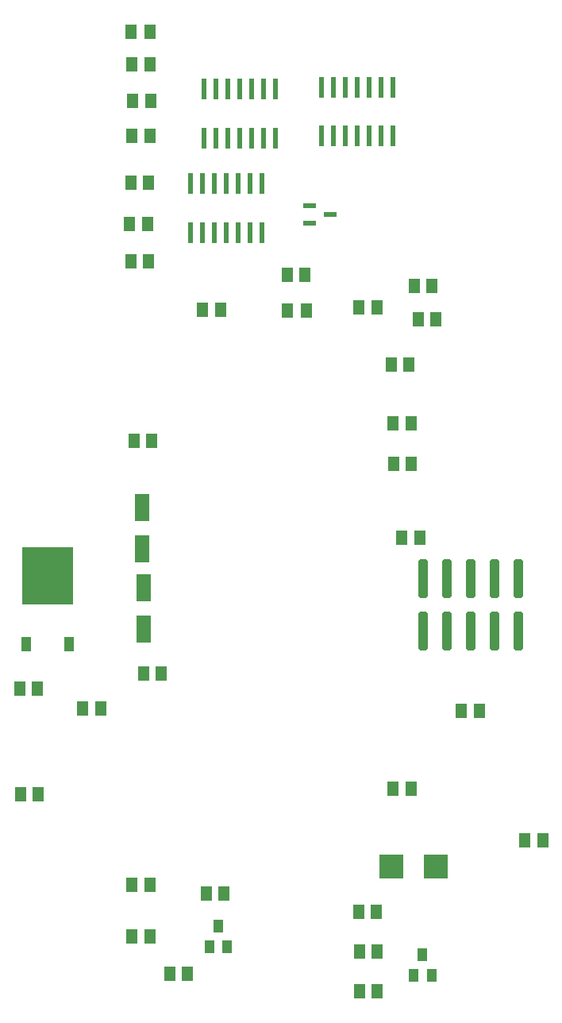
<source format=gtp>
G04 EAGLE Gerber RS-274X export*
G75*
%MOMM*%
%FSLAX34Y34*%
%LPD*%
%INTop Paste*%
%IPPOS*%
%AMOC8*
5,1,8,0,0,1.08239X$1,22.5*%
G01*
%ADD10R,1.300000X1.500000*%
%ADD11R,2.540000X2.540000*%
%ADD12R,1.600000X3.000000*%
%ADD13C,0.500000*%
%ADD14R,5.400000X6.200000*%
%ADD15R,1.000000X1.600000*%
%ADD16R,0.600000X2.200000*%
%ADD17R,1.300000X1.600000*%
%ADD18R,1.320800X0.558800*%
%ADD19R,1.320800X0.508000*%
%ADD20R,1.000000X1.400000*%


D10*
X921700Y575900D03*
X940700Y575900D03*
X925200Y384300D03*
X944200Y384300D03*
X1228200Y513900D03*
X1247200Y513900D03*
X1224000Y549900D03*
X1243000Y549900D03*
D11*
X1246795Y-69400D03*
X1199805Y-69400D03*
D12*
X934000Y313700D03*
X934000Y269700D03*
D13*
X1236100Y200010D02*
X1236100Y163510D01*
X1231100Y163510D01*
X1231100Y200010D01*
X1236100Y200010D01*
X1236100Y168260D02*
X1231100Y168260D01*
X1231100Y173010D02*
X1236100Y173010D01*
X1236100Y177760D02*
X1231100Y177760D01*
X1231100Y182510D02*
X1236100Y182510D01*
X1236100Y187260D02*
X1231100Y187260D01*
X1231100Y192010D02*
X1236100Y192010D01*
X1236100Y196760D02*
X1231100Y196760D01*
X1236100Y219390D02*
X1236100Y255890D01*
X1236100Y219390D02*
X1231100Y219390D01*
X1231100Y255890D01*
X1236100Y255890D01*
X1236100Y224140D02*
X1231100Y224140D01*
X1231100Y228890D02*
X1236100Y228890D01*
X1236100Y233640D02*
X1231100Y233640D01*
X1231100Y238390D02*
X1236100Y238390D01*
X1236100Y243140D02*
X1231100Y243140D01*
X1231100Y247890D02*
X1236100Y247890D01*
X1236100Y252640D02*
X1231100Y252640D01*
X1261500Y200010D02*
X1261500Y163510D01*
X1256500Y163510D01*
X1256500Y200010D01*
X1261500Y200010D01*
X1261500Y168260D02*
X1256500Y168260D01*
X1256500Y173010D02*
X1261500Y173010D01*
X1261500Y177760D02*
X1256500Y177760D01*
X1256500Y182510D02*
X1261500Y182510D01*
X1261500Y187260D02*
X1256500Y187260D01*
X1256500Y192010D02*
X1261500Y192010D01*
X1261500Y196760D02*
X1256500Y196760D01*
X1261500Y219390D02*
X1261500Y255890D01*
X1261500Y219390D02*
X1256500Y219390D01*
X1256500Y255890D01*
X1261500Y255890D01*
X1261500Y224140D02*
X1256500Y224140D01*
X1256500Y228890D02*
X1261500Y228890D01*
X1261500Y233640D02*
X1256500Y233640D01*
X1256500Y238390D02*
X1261500Y238390D01*
X1261500Y243140D02*
X1256500Y243140D01*
X1256500Y247890D02*
X1261500Y247890D01*
X1261500Y252640D02*
X1256500Y252640D01*
X1286900Y200010D02*
X1286900Y163510D01*
X1281900Y163510D01*
X1281900Y200010D01*
X1286900Y200010D01*
X1286900Y168260D02*
X1281900Y168260D01*
X1281900Y173010D02*
X1286900Y173010D01*
X1286900Y177760D02*
X1281900Y177760D01*
X1281900Y182510D02*
X1286900Y182510D01*
X1286900Y187260D02*
X1281900Y187260D01*
X1281900Y192010D02*
X1286900Y192010D01*
X1286900Y196760D02*
X1281900Y196760D01*
X1286900Y219390D02*
X1286900Y255890D01*
X1286900Y219390D02*
X1281900Y219390D01*
X1281900Y255890D01*
X1286900Y255890D01*
X1286900Y224140D02*
X1281900Y224140D01*
X1281900Y228890D02*
X1286900Y228890D01*
X1286900Y233640D02*
X1281900Y233640D01*
X1281900Y238390D02*
X1286900Y238390D01*
X1286900Y243140D02*
X1281900Y243140D01*
X1281900Y247890D02*
X1286900Y247890D01*
X1286900Y252640D02*
X1281900Y252640D01*
X1312300Y200010D02*
X1312300Y163510D01*
X1307300Y163510D01*
X1307300Y200010D01*
X1312300Y200010D01*
X1312300Y168260D02*
X1307300Y168260D01*
X1307300Y173010D02*
X1312300Y173010D01*
X1312300Y177760D02*
X1307300Y177760D01*
X1307300Y182510D02*
X1312300Y182510D01*
X1312300Y187260D02*
X1307300Y187260D01*
X1307300Y192010D02*
X1312300Y192010D01*
X1312300Y196760D02*
X1307300Y196760D01*
X1312300Y219390D02*
X1312300Y255890D01*
X1312300Y219390D02*
X1307300Y219390D01*
X1307300Y255890D01*
X1312300Y255890D01*
X1312300Y224140D02*
X1307300Y224140D01*
X1307300Y228890D02*
X1312300Y228890D01*
X1312300Y233640D02*
X1307300Y233640D01*
X1307300Y238390D02*
X1312300Y238390D01*
X1312300Y243140D02*
X1307300Y243140D01*
X1307300Y247890D02*
X1312300Y247890D01*
X1312300Y252640D02*
X1307300Y252640D01*
X1337700Y200010D02*
X1337700Y163510D01*
X1332700Y163510D01*
X1332700Y200010D01*
X1337700Y200010D01*
X1337700Y168260D02*
X1332700Y168260D01*
X1332700Y173010D02*
X1337700Y173010D01*
X1337700Y177760D02*
X1332700Y177760D01*
X1332700Y182510D02*
X1337700Y182510D01*
X1337700Y187260D02*
X1332700Y187260D01*
X1332700Y192010D02*
X1337700Y192010D01*
X1337700Y196760D02*
X1332700Y196760D01*
X1337700Y219390D02*
X1337700Y255890D01*
X1337700Y219390D02*
X1332700Y219390D01*
X1332700Y255890D01*
X1337700Y255890D01*
X1337700Y224140D02*
X1332700Y224140D01*
X1332700Y228890D02*
X1337700Y228890D01*
X1337700Y233640D02*
X1332700Y233640D01*
X1332700Y238390D02*
X1337700Y238390D01*
X1337700Y243140D02*
X1332700Y243140D01*
X1332700Y247890D02*
X1337700Y247890D01*
X1337700Y252640D02*
X1332700Y252640D01*
D12*
X935500Y228300D03*
X935500Y184300D03*
D14*
X833200Y240900D03*
D15*
X810400Y167900D03*
X856000Y167900D03*
D16*
X1124900Y709800D03*
X1137600Y709800D03*
X1150300Y709800D03*
X1163000Y709800D03*
X1175700Y709800D03*
X1188400Y709800D03*
X1201100Y709800D03*
X1201100Y761800D03*
X1188400Y761800D03*
X1175700Y761800D03*
X1163000Y761800D03*
X1150300Y761800D03*
X1137600Y761800D03*
X1124900Y761800D03*
D17*
X997900Y524600D03*
X1017900Y524600D03*
D16*
X985600Y606800D03*
X998300Y606800D03*
X1011000Y606800D03*
X1023700Y606800D03*
X1036400Y606800D03*
X1049100Y606800D03*
X1061800Y606800D03*
X1061800Y658800D03*
X1049100Y658800D03*
X1036400Y658800D03*
X1023700Y658800D03*
X1011000Y658800D03*
X998300Y658800D03*
X985600Y658800D03*
D17*
X1164500Y527100D03*
X1184500Y527100D03*
X1088700Y523100D03*
X1108700Y523100D03*
D18*
X1112378Y635098D03*
X1112378Y616302D03*
D19*
X1134222Y625700D03*
D10*
X1088400Y561800D03*
X1107400Y561800D03*
D16*
X999400Y707500D03*
X1012100Y707500D03*
X1024800Y707500D03*
X1037500Y707500D03*
X1050200Y707500D03*
X1062900Y707500D03*
X1075600Y707500D03*
X1075600Y759500D03*
X1062900Y759500D03*
X1050200Y759500D03*
X1037500Y759500D03*
X1024800Y759500D03*
X1012100Y759500D03*
X999400Y759500D03*
D17*
X922000Y820500D03*
X942000Y820500D03*
D10*
X1002000Y-98000D03*
X1021000Y-98000D03*
X870500Y99500D03*
X889500Y99500D03*
D20*
X1005500Y-154500D03*
X1024500Y-154500D03*
X1015000Y-132500D03*
D10*
X923000Y-89000D03*
X942000Y-89000D03*
X923000Y-143500D03*
X942000Y-143500D03*
X963000Y-183500D03*
X982000Y-183500D03*
D20*
X1223500Y-185500D03*
X1242500Y-185500D03*
X1233000Y-163500D03*
D10*
X1164500Y-117500D03*
X1183500Y-117500D03*
X1165500Y-159500D03*
X1184500Y-159500D03*
X1165500Y-202500D03*
X1184500Y-202500D03*
X1342000Y-41000D03*
X1361000Y-41000D03*
X1274500Y96500D03*
X1293500Y96500D03*
X1201500Y13500D03*
X1220500Y13500D03*
X803000Y120500D03*
X822000Y120500D03*
X804000Y7500D03*
X823000Y7500D03*
X935500Y136500D03*
X954500Y136500D03*
X1211000Y281000D03*
X1230000Y281000D03*
X1199500Y466000D03*
X1218500Y466000D03*
X1202000Y360500D03*
X1221000Y360500D03*
X1201500Y403000D03*
X1220500Y403000D03*
X923000Y786000D03*
X942000Y786000D03*
X924000Y747000D03*
X943000Y747000D03*
X923000Y709500D03*
X942000Y709500D03*
X921500Y660000D03*
X940500Y660000D03*
X920500Y615500D03*
X939500Y615500D03*
M02*

</source>
